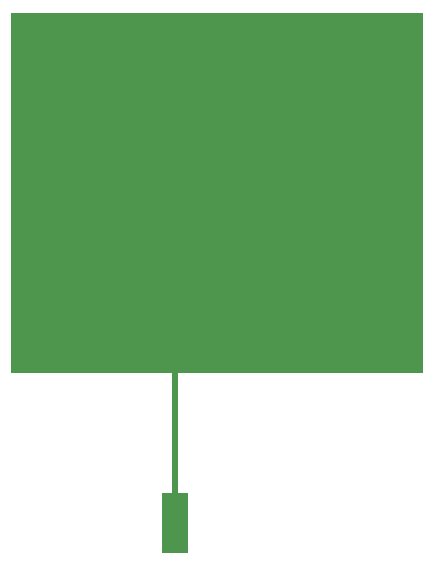
<source format=gbr>
G04 #@! TF.FileFunction,Copper,L1,Top,Signal*
%FSLAX46Y46*%
G04 Gerber Fmt 4.6, Leading zero omitted, Abs format (unit mm)*
G04 Created by KiCad (PCBNEW 4.0.5) date 04/28/17 11:31:22*
%MOMM*%
%LPD*%
G01*
G04 APERTURE LIST*
%ADD10C,0.025400*%
%ADD11R,2.290000X5.080000*%
%ADD12R,34.925000X30.480000*%
%ADD13C,0.508000*%
G04 APERTURE END LIST*
D10*
D11*
X21907500Y2547200D03*
D12*
X25400000Y30492700D03*
D13*
X21907500Y2547200D02*
X21907500Y27000200D01*
X21907500Y27000200D02*
X25400000Y30492700D01*
X21907500Y27000200D02*
X25400000Y30492700D01*
M02*

</source>
